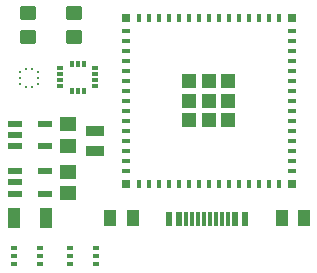
<source format=gbr>
%TF.GenerationSoftware,KiCad,Pcbnew,(7.0.0)*%
%TF.CreationDate,2023-03-11T14:16:37+01:00*%
%TF.ProjectId,AVI_Computer,4156495f-436f-46d7-9075-7465722e6b69,rev?*%
%TF.SameCoordinates,Original*%
%TF.FileFunction,Paste,Top*%
%TF.FilePolarity,Positive*%
%FSLAX46Y46*%
G04 Gerber Fmt 4.6, Leading zero omitted, Abs format (unit mm)*
G04 Created by KiCad (PCBNEW (7.0.0)) date 2023-03-11 14:16:37*
%MOMM*%
%LPD*%
G01*
G04 APERTURE LIST*
G04 Aperture macros list*
%AMRoundRect*
0 Rectangle with rounded corners*
0 $1 Rounding radius*
0 $2 $3 $4 $5 $6 $7 $8 $9 X,Y pos of 4 corners*
0 Add a 4 corners polygon primitive as box body*
4,1,4,$2,$3,$4,$5,$6,$7,$8,$9,$2,$3,0*
0 Add four circle primitives for the rounded corners*
1,1,$1+$1,$2,$3*
1,1,$1+$1,$4,$5*
1,1,$1+$1,$6,$7*
1,1,$1+$1,$8,$9*
0 Add four rect primitives between the rounded corners*
20,1,$1+$1,$2,$3,$4,$5,0*
20,1,$1+$1,$4,$5,$6,$7,0*
20,1,$1+$1,$6,$7,$8,$9,0*
20,1,$1+$1,$8,$9,$2,$3,0*%
G04 Aperture macros list end*
%ADD10R,0.600000X1.150000*%
%ADD11R,0.300000X1.150000*%
%ADD12RoundRect,0.250000X0.450000X-0.350000X0.450000X0.350000X-0.450000X0.350000X-0.450000X-0.350000X0*%
%ADD13R,1.000000X1.400000*%
%ADD14R,0.475000X0.450000*%
%ADD15R,1.150000X0.600000*%
%ADD16R,1.450000X1.150000*%
%ADD17R,0.250000X0.275000*%
%ADD18R,0.275000X0.250000*%
%ADD19R,0.550000X0.300000*%
%ADD20R,0.300000X0.550000*%
%ADD21R,1.070000X1.780000*%
%ADD22R,0.800000X0.400000*%
%ADD23R,0.400000X0.800000*%
%ADD24R,1.200000X1.200000*%
%ADD25R,0.800000X0.800000*%
%ADD26R,1.490000X0.960000*%
G04 APERTURE END LIST*
D10*
%TO.C,J1*%
X157549999Y-120569999D03*
X158349999Y-120569999D03*
D11*
X159499999Y-120569999D03*
X160499999Y-120569999D03*
X160999999Y-120569999D03*
X161999999Y-120569999D03*
D10*
X163149999Y-120569999D03*
X163949999Y-120569999D03*
X163949999Y-120569999D03*
X163149999Y-120569999D03*
D11*
X162499999Y-120569999D03*
X161499999Y-120569999D03*
X159999999Y-120569999D03*
X158999999Y-120569999D03*
D10*
X158349999Y-120569999D03*
X157549999Y-120569999D03*
%TD*%
D12*
%TO.C,R3*%
X149500000Y-105200000D03*
X149500000Y-103200000D03*
%TD*%
D13*
%TO.C,R2*%
X152549999Y-120499999D03*
X154449999Y-120499999D03*
%TD*%
%TO.C,R1*%
X168949999Y-120499999D03*
X167049999Y-120499999D03*
%TD*%
D14*
%TO.C,Q2*%
X144411999Y-123099999D03*
X144411999Y-123749999D03*
X144411999Y-124399999D03*
X146587999Y-124399999D03*
X146587999Y-123749999D03*
X146587999Y-123099999D03*
%TD*%
D15*
%TO.C,IC3*%
X144449999Y-112546999D03*
X144449999Y-113499999D03*
X144449999Y-114452999D03*
X147049999Y-114452999D03*
X147049999Y-112546999D03*
%TD*%
%TO.C,IC2*%
X144449999Y-116546999D03*
X144449999Y-117499999D03*
X144449999Y-118452999D03*
X147049999Y-118452999D03*
X147049999Y-116546999D03*
%TD*%
D16*
%TO.C,L2*%
X148999999Y-112599999D03*
X148999999Y-114399999D03*
%TD*%
D17*
%TO.C,IC4*%
X145899999Y-107886999D03*
X145399999Y-107886999D03*
D18*
X144887999Y-108149999D03*
X144887999Y-108649999D03*
X144887999Y-109149999D03*
D17*
X145399999Y-109412999D03*
X145899999Y-109412999D03*
D18*
X146411999Y-109149999D03*
X146411999Y-108649999D03*
X146411999Y-108149999D03*
%TD*%
D19*
%TO.C,IC5*%
X148299999Y-107849999D03*
X148299999Y-108349999D03*
X148299999Y-108849999D03*
X148299999Y-109349999D03*
D20*
X149299999Y-109749999D03*
X149799999Y-109749999D03*
X150299999Y-109749999D03*
D19*
X151299999Y-109349999D03*
X151299999Y-108849999D03*
X151299999Y-108349999D03*
X151299999Y-107849999D03*
D20*
X150299999Y-107449999D03*
X149799999Y-107449999D03*
X149299999Y-107449999D03*
%TD*%
D21*
%TO.C,C1*%
X144389999Y-120499999D03*
X147109999Y-120499999D03*
%TD*%
D22*
%TO.C,IC1*%
X153899999Y-104654999D03*
X153899999Y-105504999D03*
X153899999Y-106354999D03*
X153899999Y-107204999D03*
X153899999Y-108054999D03*
X153899999Y-108904999D03*
X153899999Y-109754999D03*
X153899999Y-110604999D03*
X153899999Y-111454999D03*
X153899999Y-112304999D03*
X153899999Y-113154999D03*
X153899999Y-114004999D03*
X153899999Y-114854999D03*
X153899999Y-115704999D03*
X153899999Y-116554999D03*
D23*
X154949999Y-117604999D03*
X155799999Y-117604999D03*
X156649999Y-117604999D03*
X157499999Y-117604999D03*
X158349999Y-117604999D03*
X159199999Y-117604999D03*
X160049999Y-117604999D03*
X160899999Y-117604999D03*
X161749999Y-117604999D03*
X162599999Y-117604999D03*
X163449999Y-117604999D03*
X164299999Y-117604999D03*
X165149999Y-117604999D03*
X165999999Y-117604999D03*
X166849999Y-117604999D03*
D22*
X167899999Y-116554999D03*
X167899999Y-115704999D03*
X167899999Y-114854999D03*
X167899999Y-114004999D03*
X167899999Y-113154999D03*
X167899999Y-112304999D03*
X167899999Y-111454999D03*
X167899999Y-110604999D03*
X167899999Y-109754999D03*
X167899999Y-108904999D03*
X167899999Y-108054999D03*
X167899999Y-107204999D03*
X167899999Y-106354999D03*
X167899999Y-105504999D03*
X167899999Y-104654999D03*
D23*
X166849999Y-103604999D03*
X165999999Y-103604999D03*
X165149999Y-103604999D03*
X164299999Y-103604999D03*
X163449999Y-103604999D03*
X162599999Y-103604999D03*
X161749999Y-103604999D03*
X160899999Y-103604999D03*
X160049999Y-103604999D03*
X159199999Y-103604999D03*
X158349999Y-103604999D03*
X157499999Y-103604999D03*
X156649999Y-103604999D03*
X155799999Y-103604999D03*
X154949999Y-103604999D03*
D24*
X160899999Y-110604999D03*
D25*
X153899999Y-103604999D03*
X153899999Y-117604999D03*
X167899999Y-117604999D03*
X167899999Y-103604999D03*
D24*
X159249999Y-108954999D03*
X159249999Y-110604999D03*
X159249999Y-112254999D03*
X160899999Y-112254999D03*
X162549999Y-112254999D03*
X162549999Y-110604999D03*
X162549999Y-108954999D03*
X160899999Y-108954999D03*
%TD*%
D14*
%TO.C,Q1*%
X149161999Y-123099999D03*
X149161999Y-123749999D03*
X149161999Y-124399999D03*
X151337999Y-124399999D03*
X151337999Y-123749999D03*
X151337999Y-123099999D03*
%TD*%
D16*
%TO.C,L1*%
X148999999Y-116599999D03*
X148999999Y-118399999D03*
%TD*%
D26*
%TO.C,C3*%
X151249999Y-114839999D03*
X151249999Y-113159999D03*
%TD*%
D12*
%TO.C,R4*%
X145600000Y-105200000D03*
X145600000Y-103200000D03*
%TD*%
M02*

</source>
